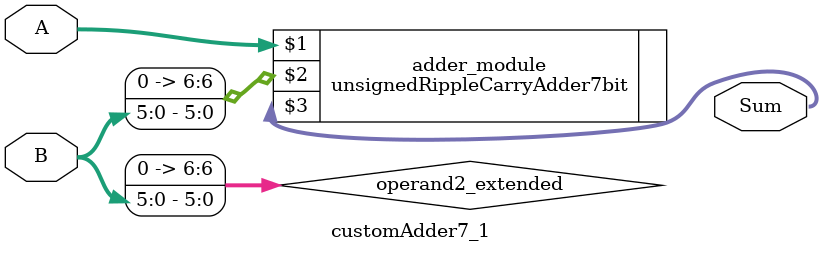
<source format=v>

module customAdder7_1(
                    input [6 : 0] A,
                    input [5 : 0] B,
                    
                    output [7 : 0] Sum
            );

    wire [6 : 0] operand2_extended;
    
    assign operand2_extended =  {1'b0, B};
    
    unsignedRippleCarryAdder7bit adder_module(
        A,
        operand2_extended,
        Sum
    );
    
endmodule
        
</source>
